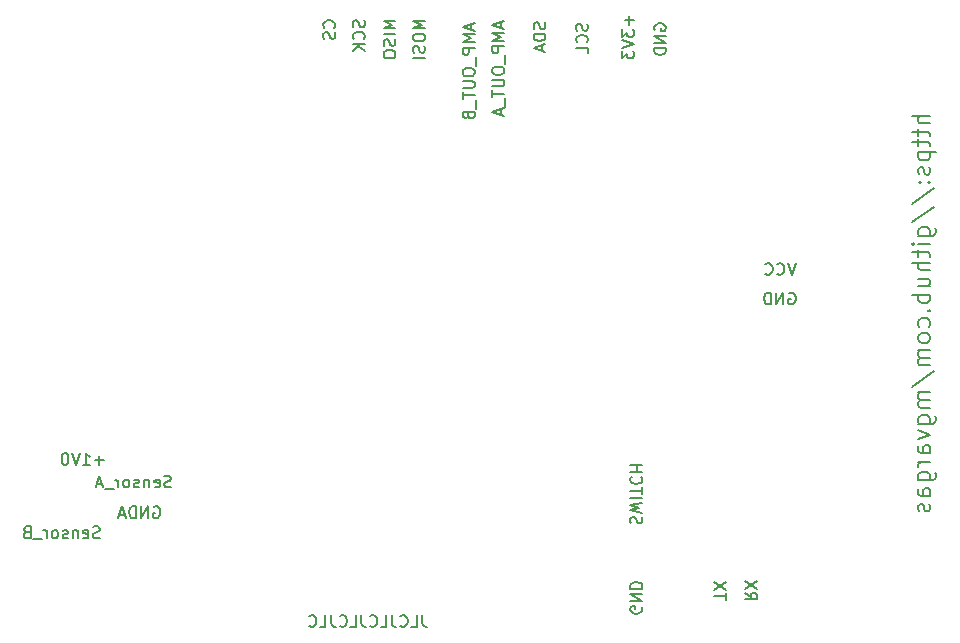
<source format=gbr>
G04 #@! TF.GenerationSoftware,KiCad,Pcbnew,(5.1.6)-1*
G04 #@! TF.CreationDate,2020-06-29T20:37:26+02:00*
G04 #@! TF.ProjectId,SensorArray,53656e73-6f72-4417-9272-61792e6b6963,rev?*
G04 #@! TF.SameCoordinates,Original*
G04 #@! TF.FileFunction,Legend,Bot*
G04 #@! TF.FilePolarity,Positive*
%FSLAX46Y46*%
G04 Gerber Fmt 4.6, Leading zero omitted, Abs format (unit mm)*
G04 Created by KiCad (PCBNEW (5.1.6)-1) date 2020-06-29 20:37:26*
%MOMM*%
%LPD*%
G01*
G04 APERTURE LIST*
%ADD10C,0.200000*%
%ADD11C,0.150000*%
G04 APERTURE END LIST*
D10*
X98228571Y-33285714D02*
X96728571Y-33285714D01*
X98228571Y-33928571D02*
X97442857Y-33928571D01*
X97300000Y-33857142D01*
X97228571Y-33714285D01*
X97228571Y-33500000D01*
X97300000Y-33357142D01*
X97371428Y-33285714D01*
X97228571Y-34428571D02*
X97228571Y-34999999D01*
X96728571Y-34642857D02*
X98014285Y-34642857D01*
X98157142Y-34714285D01*
X98228571Y-34857142D01*
X98228571Y-34999999D01*
X97228571Y-35285714D02*
X97228571Y-35857142D01*
X96728571Y-35500000D02*
X98014285Y-35500000D01*
X98157142Y-35571428D01*
X98228571Y-35714285D01*
X98228571Y-35857142D01*
X97228571Y-36357142D02*
X98728571Y-36357142D01*
X97300000Y-36357142D02*
X97228571Y-36500000D01*
X97228571Y-36785714D01*
X97300000Y-36928571D01*
X97371428Y-37000000D01*
X97514285Y-37071428D01*
X97942857Y-37071428D01*
X98085714Y-37000000D01*
X98157142Y-36928571D01*
X98228571Y-36785714D01*
X98228571Y-36500000D01*
X98157142Y-36357142D01*
X98157142Y-37642857D02*
X98228571Y-37785714D01*
X98228571Y-38071428D01*
X98157142Y-38214285D01*
X98014285Y-38285714D01*
X97942857Y-38285714D01*
X97800000Y-38214285D01*
X97728571Y-38071428D01*
X97728571Y-37857142D01*
X97657142Y-37714285D01*
X97514285Y-37642857D01*
X97442857Y-37642857D01*
X97300000Y-37714285D01*
X97228571Y-37857142D01*
X97228571Y-38071428D01*
X97300000Y-38214285D01*
X98085714Y-38928571D02*
X98157142Y-39000000D01*
X98228571Y-38928571D01*
X98157142Y-38857142D01*
X98085714Y-38928571D01*
X98228571Y-38928571D01*
X97300000Y-38928571D02*
X97371428Y-39000000D01*
X97442857Y-38928571D01*
X97371428Y-38857142D01*
X97300000Y-38928571D01*
X97442857Y-38928571D01*
X96657142Y-40714285D02*
X98585714Y-39428571D01*
X96657142Y-42285714D02*
X98585714Y-40999999D01*
X97228571Y-43428571D02*
X98442857Y-43428571D01*
X98585714Y-43357142D01*
X98657142Y-43285714D01*
X98728571Y-43142857D01*
X98728571Y-42928571D01*
X98657142Y-42785714D01*
X98157142Y-43428571D02*
X98228571Y-43285714D01*
X98228571Y-42999999D01*
X98157142Y-42857142D01*
X98085714Y-42785714D01*
X97942857Y-42714285D01*
X97514285Y-42714285D01*
X97371428Y-42785714D01*
X97300000Y-42857142D01*
X97228571Y-42999999D01*
X97228571Y-43285714D01*
X97300000Y-43428571D01*
X98228571Y-44142857D02*
X97228571Y-44142857D01*
X96728571Y-44142857D02*
X96800000Y-44071428D01*
X96871428Y-44142857D01*
X96800000Y-44214285D01*
X96728571Y-44142857D01*
X96871428Y-44142857D01*
X97228571Y-44642857D02*
X97228571Y-45214285D01*
X96728571Y-44857142D02*
X98014285Y-44857142D01*
X98157142Y-44928571D01*
X98228571Y-45071428D01*
X98228571Y-45214285D01*
X98228571Y-45714285D02*
X96728571Y-45714285D01*
X98228571Y-46357142D02*
X97442857Y-46357142D01*
X97300000Y-46285714D01*
X97228571Y-46142857D01*
X97228571Y-45928571D01*
X97300000Y-45785714D01*
X97371428Y-45714285D01*
X97228571Y-47714285D02*
X98228571Y-47714285D01*
X97228571Y-47071428D02*
X98014285Y-47071428D01*
X98157142Y-47142857D01*
X98228571Y-47285714D01*
X98228571Y-47500000D01*
X98157142Y-47642857D01*
X98085714Y-47714285D01*
X98228571Y-48428571D02*
X96728571Y-48428571D01*
X97300000Y-48428571D02*
X97228571Y-48571428D01*
X97228571Y-48857142D01*
X97300000Y-49000000D01*
X97371428Y-49071428D01*
X97514285Y-49142857D01*
X97942857Y-49142857D01*
X98085714Y-49071428D01*
X98157142Y-49000000D01*
X98228571Y-48857142D01*
X98228571Y-48571428D01*
X98157142Y-48428571D01*
X98085714Y-49785714D02*
X98157142Y-49857142D01*
X98228571Y-49785714D01*
X98157142Y-49714285D01*
X98085714Y-49785714D01*
X98228571Y-49785714D01*
X98157142Y-51142857D02*
X98228571Y-50999999D01*
X98228571Y-50714285D01*
X98157142Y-50571428D01*
X98085714Y-50499999D01*
X97942857Y-50428571D01*
X97514285Y-50428571D01*
X97371428Y-50499999D01*
X97300000Y-50571428D01*
X97228571Y-50714285D01*
X97228571Y-50999999D01*
X97300000Y-51142857D01*
X98228571Y-51999999D02*
X98157142Y-51857142D01*
X98085714Y-51785714D01*
X97942857Y-51714285D01*
X97514285Y-51714285D01*
X97371428Y-51785714D01*
X97300000Y-51857142D01*
X97228571Y-51999999D01*
X97228571Y-52214285D01*
X97300000Y-52357142D01*
X97371428Y-52428571D01*
X97514285Y-52499999D01*
X97942857Y-52499999D01*
X98085714Y-52428571D01*
X98157142Y-52357142D01*
X98228571Y-52214285D01*
X98228571Y-51999999D01*
X98228571Y-53142857D02*
X97228571Y-53142857D01*
X97371428Y-53142857D02*
X97300000Y-53214285D01*
X97228571Y-53357142D01*
X97228571Y-53571428D01*
X97300000Y-53714285D01*
X97442857Y-53785714D01*
X98228571Y-53785714D01*
X97442857Y-53785714D02*
X97300000Y-53857142D01*
X97228571Y-53999999D01*
X97228571Y-54214285D01*
X97300000Y-54357142D01*
X97442857Y-54428571D01*
X98228571Y-54428571D01*
X96657142Y-56214285D02*
X98585714Y-54928571D01*
X98228571Y-56714285D02*
X97228571Y-56714285D01*
X97371428Y-56714285D02*
X97300000Y-56785714D01*
X97228571Y-56928571D01*
X97228571Y-57142857D01*
X97300000Y-57285714D01*
X97442857Y-57357142D01*
X98228571Y-57357142D01*
X97442857Y-57357142D02*
X97300000Y-57428571D01*
X97228571Y-57571428D01*
X97228571Y-57785714D01*
X97300000Y-57928571D01*
X97442857Y-57999999D01*
X98228571Y-57999999D01*
X97228571Y-59357142D02*
X98442857Y-59357142D01*
X98585714Y-59285714D01*
X98657142Y-59214285D01*
X98728571Y-59071428D01*
X98728571Y-58857142D01*
X98657142Y-58714285D01*
X98157142Y-59357142D02*
X98228571Y-59214285D01*
X98228571Y-58928571D01*
X98157142Y-58785714D01*
X98085714Y-58714285D01*
X97942857Y-58642857D01*
X97514285Y-58642857D01*
X97371428Y-58714285D01*
X97300000Y-58785714D01*
X97228571Y-58928571D01*
X97228571Y-59214285D01*
X97300000Y-59357142D01*
X97228571Y-59928571D02*
X98228571Y-60285714D01*
X97228571Y-60642857D01*
X98228571Y-61857142D02*
X97442857Y-61857142D01*
X97300000Y-61785714D01*
X97228571Y-61642857D01*
X97228571Y-61357142D01*
X97300000Y-61214285D01*
X98157142Y-61857142D02*
X98228571Y-61714285D01*
X98228571Y-61357142D01*
X98157142Y-61214285D01*
X98014285Y-61142857D01*
X97871428Y-61142857D01*
X97728571Y-61214285D01*
X97657142Y-61357142D01*
X97657142Y-61714285D01*
X97585714Y-61857142D01*
X98228571Y-62571428D02*
X97228571Y-62571428D01*
X97514285Y-62571428D02*
X97371428Y-62642857D01*
X97300000Y-62714285D01*
X97228571Y-62857142D01*
X97228571Y-62999999D01*
X97228571Y-64142857D02*
X98442857Y-64142857D01*
X98585714Y-64071428D01*
X98657142Y-63999999D01*
X98728571Y-63857142D01*
X98728571Y-63642857D01*
X98657142Y-63499999D01*
X98157142Y-64142857D02*
X98228571Y-63999999D01*
X98228571Y-63714285D01*
X98157142Y-63571428D01*
X98085714Y-63499999D01*
X97942857Y-63428571D01*
X97514285Y-63428571D01*
X97371428Y-63499999D01*
X97300000Y-63571428D01*
X97228571Y-63714285D01*
X97228571Y-63999999D01*
X97300000Y-64142857D01*
X98228571Y-65499999D02*
X97442857Y-65499999D01*
X97300000Y-65428571D01*
X97228571Y-65285714D01*
X97228571Y-64999999D01*
X97300000Y-64857142D01*
X98157142Y-65499999D02*
X98228571Y-65357142D01*
X98228571Y-64999999D01*
X98157142Y-64857142D01*
X98014285Y-64785714D01*
X97871428Y-64785714D01*
X97728571Y-64857142D01*
X97657142Y-64999999D01*
X97657142Y-65357142D01*
X97585714Y-65499999D01*
X98157142Y-66142857D02*
X98228571Y-66285714D01*
X98228571Y-66571428D01*
X98157142Y-66714285D01*
X98014285Y-66785714D01*
X97942857Y-66785714D01*
X97800000Y-66714285D01*
X97728571Y-66571428D01*
X97728571Y-66357142D01*
X97657142Y-66214285D01*
X97514285Y-66142857D01*
X97442857Y-66142857D01*
X97300000Y-66214285D01*
X97228571Y-66357142D01*
X97228571Y-66571428D01*
X97300000Y-66714285D01*
D11*
X55219047Y-75552380D02*
X55219047Y-76266666D01*
X55266666Y-76409523D01*
X55361904Y-76504761D01*
X55504761Y-76552380D01*
X55600000Y-76552380D01*
X54266666Y-76552380D02*
X54742857Y-76552380D01*
X54742857Y-75552380D01*
X53361904Y-76457142D02*
X53409523Y-76504761D01*
X53552380Y-76552380D01*
X53647619Y-76552380D01*
X53790476Y-76504761D01*
X53885714Y-76409523D01*
X53933333Y-76314285D01*
X53980952Y-76123809D01*
X53980952Y-75980952D01*
X53933333Y-75790476D01*
X53885714Y-75695238D01*
X53790476Y-75600000D01*
X53647619Y-75552380D01*
X53552380Y-75552380D01*
X53409523Y-75600000D01*
X53361904Y-75647619D01*
X52647619Y-75552380D02*
X52647619Y-76266666D01*
X52695238Y-76409523D01*
X52790476Y-76504761D01*
X52933333Y-76552380D01*
X53028571Y-76552380D01*
X51695238Y-76552380D02*
X52171428Y-76552380D01*
X52171428Y-75552380D01*
X50790476Y-76457142D02*
X50838095Y-76504761D01*
X50980952Y-76552380D01*
X51076190Y-76552380D01*
X51219047Y-76504761D01*
X51314285Y-76409523D01*
X51361904Y-76314285D01*
X51409523Y-76123809D01*
X51409523Y-75980952D01*
X51361904Y-75790476D01*
X51314285Y-75695238D01*
X51219047Y-75600000D01*
X51076190Y-75552380D01*
X50980952Y-75552380D01*
X50838095Y-75600000D01*
X50790476Y-75647619D01*
X50076190Y-75552380D02*
X50076190Y-76266666D01*
X50123809Y-76409523D01*
X50219047Y-76504761D01*
X50361904Y-76552380D01*
X50457142Y-76552380D01*
X49123809Y-76552380D02*
X49600000Y-76552380D01*
X49600000Y-75552380D01*
X48219047Y-76457142D02*
X48266666Y-76504761D01*
X48409523Y-76552380D01*
X48504761Y-76552380D01*
X48647619Y-76504761D01*
X48742857Y-76409523D01*
X48790476Y-76314285D01*
X48838095Y-76123809D01*
X48838095Y-75980952D01*
X48790476Y-75790476D01*
X48742857Y-75695238D01*
X48647619Y-75600000D01*
X48504761Y-75552380D01*
X48409523Y-75552380D01*
X48266666Y-75600000D01*
X48219047Y-75647619D01*
X47504761Y-75552380D02*
X47504761Y-76266666D01*
X47552380Y-76409523D01*
X47647619Y-76504761D01*
X47790476Y-76552380D01*
X47885714Y-76552380D01*
X46552380Y-76552380D02*
X47028571Y-76552380D01*
X47028571Y-75552380D01*
X45647619Y-76457142D02*
X45695238Y-76504761D01*
X45838095Y-76552380D01*
X45933333Y-76552380D01*
X46076190Y-76504761D01*
X46171428Y-76409523D01*
X46219047Y-76314285D01*
X46266666Y-76123809D01*
X46266666Y-75980952D01*
X46219047Y-75790476D01*
X46171428Y-75695238D01*
X46076190Y-75600000D01*
X45933333Y-75552380D01*
X45838095Y-75552380D01*
X45695238Y-75600000D01*
X45647619Y-75647619D01*
X28261904Y-62471428D02*
X27500000Y-62471428D01*
X27880952Y-62852380D02*
X27880952Y-62090476D01*
X26500000Y-62852380D02*
X27071428Y-62852380D01*
X26785714Y-62852380D02*
X26785714Y-61852380D01*
X26880952Y-61995238D01*
X26976190Y-62090476D01*
X27071428Y-62138095D01*
X26214285Y-61852380D02*
X25880952Y-62852380D01*
X25547619Y-61852380D01*
X25023809Y-61852380D02*
X24928571Y-61852380D01*
X24833333Y-61900000D01*
X24785714Y-61947619D01*
X24738095Y-62042857D01*
X24690476Y-62233333D01*
X24690476Y-62471428D01*
X24738095Y-62661904D01*
X24785714Y-62757142D01*
X24833333Y-62804761D01*
X24928571Y-62852380D01*
X25023809Y-62852380D01*
X25119047Y-62804761D01*
X25166666Y-62757142D01*
X25214285Y-62661904D01*
X25261904Y-62471428D01*
X25261904Y-62233333D01*
X25214285Y-62042857D01*
X25166666Y-61947619D01*
X25119047Y-61900000D01*
X25023809Y-61852380D01*
X27914285Y-69004761D02*
X27771428Y-69052380D01*
X27533333Y-69052380D01*
X27438095Y-69004761D01*
X27390476Y-68957142D01*
X27342857Y-68861904D01*
X27342857Y-68766666D01*
X27390476Y-68671428D01*
X27438095Y-68623809D01*
X27533333Y-68576190D01*
X27723809Y-68528571D01*
X27819047Y-68480952D01*
X27866666Y-68433333D01*
X27914285Y-68338095D01*
X27914285Y-68242857D01*
X27866666Y-68147619D01*
X27819047Y-68100000D01*
X27723809Y-68052380D01*
X27485714Y-68052380D01*
X27342857Y-68100000D01*
X26533333Y-69004761D02*
X26628571Y-69052380D01*
X26819047Y-69052380D01*
X26914285Y-69004761D01*
X26961904Y-68909523D01*
X26961904Y-68528571D01*
X26914285Y-68433333D01*
X26819047Y-68385714D01*
X26628571Y-68385714D01*
X26533333Y-68433333D01*
X26485714Y-68528571D01*
X26485714Y-68623809D01*
X26961904Y-68719047D01*
X26057142Y-68385714D02*
X26057142Y-69052380D01*
X26057142Y-68480952D02*
X26009523Y-68433333D01*
X25914285Y-68385714D01*
X25771428Y-68385714D01*
X25676190Y-68433333D01*
X25628571Y-68528571D01*
X25628571Y-69052380D01*
X25200000Y-69004761D02*
X25104761Y-69052380D01*
X24914285Y-69052380D01*
X24819047Y-69004761D01*
X24771428Y-68909523D01*
X24771428Y-68861904D01*
X24819047Y-68766666D01*
X24914285Y-68719047D01*
X25057142Y-68719047D01*
X25152380Y-68671428D01*
X25200000Y-68576190D01*
X25200000Y-68528571D01*
X25152380Y-68433333D01*
X25057142Y-68385714D01*
X24914285Y-68385714D01*
X24819047Y-68433333D01*
X24200000Y-69052380D02*
X24295238Y-69004761D01*
X24342857Y-68957142D01*
X24390476Y-68861904D01*
X24390476Y-68576190D01*
X24342857Y-68480952D01*
X24295238Y-68433333D01*
X24200000Y-68385714D01*
X24057142Y-68385714D01*
X23961904Y-68433333D01*
X23914285Y-68480952D01*
X23866666Y-68576190D01*
X23866666Y-68861904D01*
X23914285Y-68957142D01*
X23961904Y-69004761D01*
X24057142Y-69052380D01*
X24200000Y-69052380D01*
X23438095Y-69052380D02*
X23438095Y-68385714D01*
X23438095Y-68576190D02*
X23390476Y-68480952D01*
X23342857Y-68433333D01*
X23247619Y-68385714D01*
X23152380Y-68385714D01*
X23057142Y-69147619D02*
X22295238Y-69147619D01*
X21723809Y-68528571D02*
X21580952Y-68576190D01*
X21533333Y-68623809D01*
X21485714Y-68719047D01*
X21485714Y-68861904D01*
X21533333Y-68957142D01*
X21580952Y-69004761D01*
X21676190Y-69052380D01*
X22057142Y-69052380D01*
X22057142Y-68052380D01*
X21723809Y-68052380D01*
X21628571Y-68100000D01*
X21580952Y-68147619D01*
X21533333Y-68242857D01*
X21533333Y-68338095D01*
X21580952Y-68433333D01*
X21628571Y-68480952D01*
X21723809Y-68528571D01*
X22057142Y-68528571D01*
X33942857Y-64704761D02*
X33800000Y-64752380D01*
X33561904Y-64752380D01*
X33466666Y-64704761D01*
X33419047Y-64657142D01*
X33371428Y-64561904D01*
X33371428Y-64466666D01*
X33419047Y-64371428D01*
X33466666Y-64323809D01*
X33561904Y-64276190D01*
X33752380Y-64228571D01*
X33847619Y-64180952D01*
X33895238Y-64133333D01*
X33942857Y-64038095D01*
X33942857Y-63942857D01*
X33895238Y-63847619D01*
X33847619Y-63800000D01*
X33752380Y-63752380D01*
X33514285Y-63752380D01*
X33371428Y-63800000D01*
X32561904Y-64704761D02*
X32657142Y-64752380D01*
X32847619Y-64752380D01*
X32942857Y-64704761D01*
X32990476Y-64609523D01*
X32990476Y-64228571D01*
X32942857Y-64133333D01*
X32847619Y-64085714D01*
X32657142Y-64085714D01*
X32561904Y-64133333D01*
X32514285Y-64228571D01*
X32514285Y-64323809D01*
X32990476Y-64419047D01*
X32085714Y-64085714D02*
X32085714Y-64752380D01*
X32085714Y-64180952D02*
X32038095Y-64133333D01*
X31942857Y-64085714D01*
X31800000Y-64085714D01*
X31704761Y-64133333D01*
X31657142Y-64228571D01*
X31657142Y-64752380D01*
X31228571Y-64704761D02*
X31133333Y-64752380D01*
X30942857Y-64752380D01*
X30847619Y-64704761D01*
X30800000Y-64609523D01*
X30800000Y-64561904D01*
X30847619Y-64466666D01*
X30942857Y-64419047D01*
X31085714Y-64419047D01*
X31180952Y-64371428D01*
X31228571Y-64276190D01*
X31228571Y-64228571D01*
X31180952Y-64133333D01*
X31085714Y-64085714D01*
X30942857Y-64085714D01*
X30847619Y-64133333D01*
X30228571Y-64752380D02*
X30323809Y-64704761D01*
X30371428Y-64657142D01*
X30419047Y-64561904D01*
X30419047Y-64276190D01*
X30371428Y-64180952D01*
X30323809Y-64133333D01*
X30228571Y-64085714D01*
X30085714Y-64085714D01*
X29990476Y-64133333D01*
X29942857Y-64180952D01*
X29895238Y-64276190D01*
X29895238Y-64561904D01*
X29942857Y-64657142D01*
X29990476Y-64704761D01*
X30085714Y-64752380D01*
X30228571Y-64752380D01*
X29466666Y-64752380D02*
X29466666Y-64085714D01*
X29466666Y-64276190D02*
X29419047Y-64180952D01*
X29371428Y-64133333D01*
X29276190Y-64085714D01*
X29180952Y-64085714D01*
X29085714Y-64847619D02*
X28323809Y-64847619D01*
X28133333Y-64466666D02*
X27657142Y-64466666D01*
X28228571Y-64752380D02*
X27895238Y-63752380D01*
X27561904Y-64752380D01*
X32490476Y-66400000D02*
X32585714Y-66352380D01*
X32728571Y-66352380D01*
X32871428Y-66400000D01*
X32966666Y-66495238D01*
X33014285Y-66590476D01*
X33061904Y-66780952D01*
X33061904Y-66923809D01*
X33014285Y-67114285D01*
X32966666Y-67209523D01*
X32871428Y-67304761D01*
X32728571Y-67352380D01*
X32633333Y-67352380D01*
X32490476Y-67304761D01*
X32442857Y-67257142D01*
X32442857Y-66923809D01*
X32633333Y-66923809D01*
X32014285Y-67352380D02*
X32014285Y-66352380D01*
X31442857Y-67352380D01*
X31442857Y-66352380D01*
X30966666Y-67352380D02*
X30966666Y-66352380D01*
X30728571Y-66352380D01*
X30585714Y-66400000D01*
X30490476Y-66495238D01*
X30442857Y-66590476D01*
X30395238Y-66780952D01*
X30395238Y-66923809D01*
X30442857Y-67114285D01*
X30490476Y-67209523D01*
X30585714Y-67304761D01*
X30728571Y-67352380D01*
X30966666Y-67352380D01*
X30014285Y-67066666D02*
X29538095Y-67066666D01*
X30109523Y-67352380D02*
X29776190Y-66352380D01*
X29442857Y-67352380D01*
X72895238Y-67800000D02*
X72847619Y-67657142D01*
X72847619Y-67419047D01*
X72895238Y-67323809D01*
X72942857Y-67276190D01*
X73038095Y-67228571D01*
X73133333Y-67228571D01*
X73228571Y-67276190D01*
X73276190Y-67323809D01*
X73323809Y-67419047D01*
X73371428Y-67609523D01*
X73419047Y-67704761D01*
X73466666Y-67752380D01*
X73561904Y-67800000D01*
X73657142Y-67800000D01*
X73752380Y-67752380D01*
X73800000Y-67704761D01*
X73847619Y-67609523D01*
X73847619Y-67371428D01*
X73800000Y-67228571D01*
X73847619Y-66895238D02*
X72847619Y-66657142D01*
X73561904Y-66466666D01*
X72847619Y-66276190D01*
X73847619Y-66038095D01*
X72847619Y-65657142D02*
X73847619Y-65657142D01*
X73847619Y-65323809D02*
X73847619Y-64752380D01*
X72847619Y-65038095D02*
X73847619Y-65038095D01*
X72942857Y-63847619D02*
X72895238Y-63895238D01*
X72847619Y-64038095D01*
X72847619Y-64133333D01*
X72895238Y-64276190D01*
X72990476Y-64371428D01*
X73085714Y-64419047D01*
X73276190Y-64466666D01*
X73419047Y-64466666D01*
X73609523Y-64419047D01*
X73704761Y-64371428D01*
X73800000Y-64276190D01*
X73847619Y-64133333D01*
X73847619Y-64038095D01*
X73800000Y-63895238D01*
X73752380Y-63847619D01*
X72847619Y-63419047D02*
X73847619Y-63419047D01*
X73371428Y-63419047D02*
X73371428Y-62847619D01*
X72847619Y-62847619D02*
X73847619Y-62847619D01*
X73800000Y-74861904D02*
X73847619Y-74957142D01*
X73847619Y-75100000D01*
X73800000Y-75242857D01*
X73704761Y-75338095D01*
X73609523Y-75385714D01*
X73419047Y-75433333D01*
X73276190Y-75433333D01*
X73085714Y-75385714D01*
X72990476Y-75338095D01*
X72895238Y-75242857D01*
X72847619Y-75100000D01*
X72847619Y-75004761D01*
X72895238Y-74861904D01*
X72942857Y-74814285D01*
X73276190Y-74814285D01*
X73276190Y-75004761D01*
X72847619Y-74385714D02*
X73847619Y-74385714D01*
X72847619Y-73814285D01*
X73847619Y-73814285D01*
X72847619Y-73338095D02*
X73847619Y-73338095D01*
X73847619Y-73100000D01*
X73800000Y-72957142D01*
X73704761Y-72861904D01*
X73609523Y-72814285D01*
X73419047Y-72766666D01*
X73276190Y-72766666D01*
X73085714Y-72814285D01*
X72990476Y-72861904D01*
X72895238Y-72957142D01*
X72847619Y-73100000D01*
X72847619Y-73338095D01*
X82547619Y-73666666D02*
X83023809Y-74000000D01*
X82547619Y-74238095D02*
X83547619Y-74238095D01*
X83547619Y-73857142D01*
X83500000Y-73761904D01*
X83452380Y-73714285D01*
X83357142Y-73666666D01*
X83214285Y-73666666D01*
X83119047Y-73714285D01*
X83071428Y-73761904D01*
X83023809Y-73857142D01*
X83023809Y-74238095D01*
X83547619Y-73333333D02*
X82547619Y-72666666D01*
X83547619Y-72666666D02*
X82547619Y-73333333D01*
X80947619Y-74261904D02*
X80947619Y-73690476D01*
X79947619Y-73976190D02*
X80947619Y-73976190D01*
X80947619Y-73452380D02*
X79947619Y-72785714D01*
X80947619Y-72785714D02*
X79947619Y-73452380D01*
X86261904Y-48300000D02*
X86357142Y-48252380D01*
X86500000Y-48252380D01*
X86642857Y-48300000D01*
X86738095Y-48395238D01*
X86785714Y-48490476D01*
X86833333Y-48680952D01*
X86833333Y-48823809D01*
X86785714Y-49014285D01*
X86738095Y-49109523D01*
X86642857Y-49204761D01*
X86500000Y-49252380D01*
X86404761Y-49252380D01*
X86261904Y-49204761D01*
X86214285Y-49157142D01*
X86214285Y-48823809D01*
X86404761Y-48823809D01*
X85785714Y-49252380D02*
X85785714Y-48252380D01*
X85214285Y-49252380D01*
X85214285Y-48252380D01*
X84738095Y-49252380D02*
X84738095Y-48252380D01*
X84500000Y-48252380D01*
X84357142Y-48300000D01*
X84261904Y-48395238D01*
X84214285Y-48490476D01*
X84166666Y-48680952D01*
X84166666Y-48823809D01*
X84214285Y-49014285D01*
X84261904Y-49109523D01*
X84357142Y-49204761D01*
X84500000Y-49252380D01*
X84738095Y-49252380D01*
X86833333Y-45752380D02*
X86500000Y-46752380D01*
X86166666Y-45752380D01*
X85261904Y-46657142D02*
X85309523Y-46704761D01*
X85452380Y-46752380D01*
X85547619Y-46752380D01*
X85690476Y-46704761D01*
X85785714Y-46609523D01*
X85833333Y-46514285D01*
X85880952Y-46323809D01*
X85880952Y-46180952D01*
X85833333Y-45990476D01*
X85785714Y-45895238D01*
X85690476Y-45800000D01*
X85547619Y-45752380D01*
X85452380Y-45752380D01*
X85309523Y-45800000D01*
X85261904Y-45847619D01*
X84261904Y-46657142D02*
X84309523Y-46704761D01*
X84452380Y-46752380D01*
X84547619Y-46752380D01*
X84690476Y-46704761D01*
X84785714Y-46609523D01*
X84833333Y-46514285D01*
X84880952Y-46323809D01*
X84880952Y-46180952D01*
X84833333Y-45990476D01*
X84785714Y-45895238D01*
X84690476Y-45800000D01*
X84547619Y-45752380D01*
X84452380Y-45752380D01*
X84309523Y-45800000D01*
X84261904Y-45847619D01*
X47757142Y-25833333D02*
X47804761Y-25785714D01*
X47852380Y-25642857D01*
X47852380Y-25547619D01*
X47804761Y-25404761D01*
X47709523Y-25309523D01*
X47614285Y-25261904D01*
X47423809Y-25214285D01*
X47280952Y-25214285D01*
X47090476Y-25261904D01*
X46995238Y-25309523D01*
X46900000Y-25404761D01*
X46852380Y-25547619D01*
X46852380Y-25642857D01*
X46900000Y-25785714D01*
X46947619Y-25833333D01*
X47804761Y-26214285D02*
X47852380Y-26357142D01*
X47852380Y-26595238D01*
X47804761Y-26690476D01*
X47757142Y-26738095D01*
X47661904Y-26785714D01*
X47566666Y-26785714D01*
X47471428Y-26738095D01*
X47423809Y-26690476D01*
X47376190Y-26595238D01*
X47328571Y-26404761D01*
X47280952Y-26309523D01*
X47233333Y-26261904D01*
X47138095Y-26214285D01*
X47042857Y-26214285D01*
X46947619Y-26261904D01*
X46900000Y-26309523D01*
X46852380Y-26404761D01*
X46852380Y-26642857D01*
X46900000Y-26785714D01*
X50304761Y-25214285D02*
X50352380Y-25357142D01*
X50352380Y-25595238D01*
X50304761Y-25690476D01*
X50257142Y-25738095D01*
X50161904Y-25785714D01*
X50066666Y-25785714D01*
X49971428Y-25738095D01*
X49923809Y-25690476D01*
X49876190Y-25595238D01*
X49828571Y-25404761D01*
X49780952Y-25309523D01*
X49733333Y-25261904D01*
X49638095Y-25214285D01*
X49542857Y-25214285D01*
X49447619Y-25261904D01*
X49400000Y-25309523D01*
X49352380Y-25404761D01*
X49352380Y-25642857D01*
X49400000Y-25785714D01*
X50257142Y-26785714D02*
X50304761Y-26738095D01*
X50352380Y-26595238D01*
X50352380Y-26500000D01*
X50304761Y-26357142D01*
X50209523Y-26261904D01*
X50114285Y-26214285D01*
X49923809Y-26166666D01*
X49780952Y-26166666D01*
X49590476Y-26214285D01*
X49495238Y-26261904D01*
X49400000Y-26357142D01*
X49352380Y-26500000D01*
X49352380Y-26595238D01*
X49400000Y-26738095D01*
X49447619Y-26785714D01*
X50352380Y-27214285D02*
X49352380Y-27214285D01*
X50352380Y-27785714D02*
X49780952Y-27357142D01*
X49352380Y-27785714D02*
X49923809Y-27214285D01*
X52952380Y-25228571D02*
X51952380Y-25228571D01*
X52666666Y-25561904D01*
X51952380Y-25895238D01*
X52952380Y-25895238D01*
X52952380Y-26371428D02*
X51952380Y-26371428D01*
X52904761Y-26800000D02*
X52952380Y-26942857D01*
X52952380Y-27180952D01*
X52904761Y-27276190D01*
X52857142Y-27323809D01*
X52761904Y-27371428D01*
X52666666Y-27371428D01*
X52571428Y-27323809D01*
X52523809Y-27276190D01*
X52476190Y-27180952D01*
X52428571Y-26990476D01*
X52380952Y-26895238D01*
X52333333Y-26847619D01*
X52238095Y-26800000D01*
X52142857Y-26800000D01*
X52047619Y-26847619D01*
X52000000Y-26895238D01*
X51952380Y-26990476D01*
X51952380Y-27228571D01*
X52000000Y-27371428D01*
X51952380Y-27990476D02*
X51952380Y-28180952D01*
X52000000Y-28276190D01*
X52095238Y-28371428D01*
X52285714Y-28419047D01*
X52619047Y-28419047D01*
X52809523Y-28371428D01*
X52904761Y-28276190D01*
X52952380Y-28180952D01*
X52952380Y-27990476D01*
X52904761Y-27895238D01*
X52809523Y-27800000D01*
X52619047Y-27752380D01*
X52285714Y-27752380D01*
X52095238Y-27800000D01*
X52000000Y-27895238D01*
X51952380Y-27990476D01*
X55452380Y-25228571D02*
X54452380Y-25228571D01*
X55166666Y-25561904D01*
X54452380Y-25895238D01*
X55452380Y-25895238D01*
X54452380Y-26561904D02*
X54452380Y-26752380D01*
X54500000Y-26847619D01*
X54595238Y-26942857D01*
X54785714Y-26990476D01*
X55119047Y-26990476D01*
X55309523Y-26942857D01*
X55404761Y-26847619D01*
X55452380Y-26752380D01*
X55452380Y-26561904D01*
X55404761Y-26466666D01*
X55309523Y-26371428D01*
X55119047Y-26323809D01*
X54785714Y-26323809D01*
X54595238Y-26371428D01*
X54500000Y-26466666D01*
X54452380Y-26561904D01*
X55404761Y-27371428D02*
X55452380Y-27514285D01*
X55452380Y-27752380D01*
X55404761Y-27847619D01*
X55357142Y-27895238D01*
X55261904Y-27942857D01*
X55166666Y-27942857D01*
X55071428Y-27895238D01*
X55023809Y-27847619D01*
X54976190Y-27752380D01*
X54928571Y-27561904D01*
X54880952Y-27466666D01*
X54833333Y-27419047D01*
X54738095Y-27371428D01*
X54642857Y-27371428D01*
X54547619Y-27419047D01*
X54500000Y-27466666D01*
X54452380Y-27561904D01*
X54452380Y-27800000D01*
X54500000Y-27942857D01*
X55452380Y-28371428D02*
X54452380Y-28371428D01*
X59366666Y-25500000D02*
X59366666Y-25976190D01*
X59652380Y-25404761D02*
X58652380Y-25738095D01*
X59652380Y-26071428D01*
X59652380Y-26404761D02*
X58652380Y-26404761D01*
X59366666Y-26738095D01*
X58652380Y-27071428D01*
X59652380Y-27071428D01*
X59652380Y-27547619D02*
X58652380Y-27547619D01*
X58652380Y-27928571D01*
X58700000Y-28023809D01*
X58747619Y-28071428D01*
X58842857Y-28119047D01*
X58985714Y-28119047D01*
X59080952Y-28071428D01*
X59128571Y-28023809D01*
X59176190Y-27928571D01*
X59176190Y-27547619D01*
X59747619Y-28309523D02*
X59747619Y-29071428D01*
X58652380Y-29500000D02*
X58652380Y-29690476D01*
X58700000Y-29785714D01*
X58795238Y-29880952D01*
X58985714Y-29928571D01*
X59319047Y-29928571D01*
X59509523Y-29880952D01*
X59604761Y-29785714D01*
X59652380Y-29690476D01*
X59652380Y-29500000D01*
X59604761Y-29404761D01*
X59509523Y-29309523D01*
X59319047Y-29261904D01*
X58985714Y-29261904D01*
X58795238Y-29309523D01*
X58700000Y-29404761D01*
X58652380Y-29500000D01*
X58652380Y-30357142D02*
X59461904Y-30357142D01*
X59557142Y-30404761D01*
X59604761Y-30452380D01*
X59652380Y-30547619D01*
X59652380Y-30738095D01*
X59604761Y-30833333D01*
X59557142Y-30880952D01*
X59461904Y-30928571D01*
X58652380Y-30928571D01*
X58652380Y-31261904D02*
X58652380Y-31833333D01*
X59652380Y-31547619D02*
X58652380Y-31547619D01*
X59747619Y-31928571D02*
X59747619Y-32690476D01*
X59128571Y-33261904D02*
X59176190Y-33404761D01*
X59223809Y-33452380D01*
X59319047Y-33500000D01*
X59461904Y-33500000D01*
X59557142Y-33452380D01*
X59604761Y-33404761D01*
X59652380Y-33309523D01*
X59652380Y-32928571D01*
X58652380Y-32928571D01*
X58652380Y-33261904D01*
X58700000Y-33357142D01*
X58747619Y-33404761D01*
X58842857Y-33452380D01*
X58938095Y-33452380D01*
X59033333Y-33404761D01*
X59080952Y-33357142D01*
X59128571Y-33261904D01*
X59128571Y-32928571D01*
X61866666Y-25371428D02*
X61866666Y-25847619D01*
X62152380Y-25276190D02*
X61152380Y-25609523D01*
X62152380Y-25942857D01*
X62152380Y-26276190D02*
X61152380Y-26276190D01*
X61866666Y-26609523D01*
X61152380Y-26942857D01*
X62152380Y-26942857D01*
X62152380Y-27419047D02*
X61152380Y-27419047D01*
X61152380Y-27800000D01*
X61200000Y-27895238D01*
X61247619Y-27942857D01*
X61342857Y-27990476D01*
X61485714Y-27990476D01*
X61580952Y-27942857D01*
X61628571Y-27895238D01*
X61676190Y-27800000D01*
X61676190Y-27419047D01*
X62247619Y-28180952D02*
X62247619Y-28942857D01*
X61152380Y-29371428D02*
X61152380Y-29561904D01*
X61200000Y-29657142D01*
X61295238Y-29752380D01*
X61485714Y-29800000D01*
X61819047Y-29800000D01*
X62009523Y-29752380D01*
X62104761Y-29657142D01*
X62152380Y-29561904D01*
X62152380Y-29371428D01*
X62104761Y-29276190D01*
X62009523Y-29180952D01*
X61819047Y-29133333D01*
X61485714Y-29133333D01*
X61295238Y-29180952D01*
X61200000Y-29276190D01*
X61152380Y-29371428D01*
X61152380Y-30228571D02*
X61961904Y-30228571D01*
X62057142Y-30276190D01*
X62104761Y-30323809D01*
X62152380Y-30419047D01*
X62152380Y-30609523D01*
X62104761Y-30704761D01*
X62057142Y-30752380D01*
X61961904Y-30800000D01*
X61152380Y-30800000D01*
X61152380Y-31133333D02*
X61152380Y-31704761D01*
X62152380Y-31419047D02*
X61152380Y-31419047D01*
X62247619Y-31800000D02*
X62247619Y-32561904D01*
X61866666Y-32752380D02*
X61866666Y-33228571D01*
X62152380Y-32657142D02*
X61152380Y-32990476D01*
X62152380Y-33323809D01*
X74900000Y-26038095D02*
X74852380Y-25942857D01*
X74852380Y-25800000D01*
X74900000Y-25657142D01*
X74995238Y-25561904D01*
X75090476Y-25514285D01*
X75280952Y-25466666D01*
X75423809Y-25466666D01*
X75614285Y-25514285D01*
X75709523Y-25561904D01*
X75804761Y-25657142D01*
X75852380Y-25800000D01*
X75852380Y-25895238D01*
X75804761Y-26038095D01*
X75757142Y-26085714D01*
X75423809Y-26085714D01*
X75423809Y-25895238D01*
X75852380Y-26514285D02*
X74852380Y-26514285D01*
X75852380Y-27085714D01*
X74852380Y-27085714D01*
X75852380Y-27561904D02*
X74852380Y-27561904D01*
X74852380Y-27800000D01*
X74900000Y-27942857D01*
X74995238Y-28038095D01*
X75090476Y-28085714D01*
X75280952Y-28133333D01*
X75423809Y-28133333D01*
X75614285Y-28085714D01*
X75709523Y-28038095D01*
X75804761Y-27942857D01*
X75852380Y-27800000D01*
X75852380Y-27561904D01*
X72771428Y-24838095D02*
X72771428Y-25600000D01*
X73152380Y-25219047D02*
X72390476Y-25219047D01*
X72152380Y-25980952D02*
X72152380Y-26600000D01*
X72533333Y-26266666D01*
X72533333Y-26409523D01*
X72580952Y-26504761D01*
X72628571Y-26552380D01*
X72723809Y-26600000D01*
X72961904Y-26600000D01*
X73057142Y-26552380D01*
X73104761Y-26504761D01*
X73152380Y-26409523D01*
X73152380Y-26123809D01*
X73104761Y-26028571D01*
X73057142Y-25980952D01*
X72152380Y-26885714D02*
X73152380Y-27219047D01*
X72152380Y-27552380D01*
X72152380Y-27790476D02*
X72152380Y-28409523D01*
X72533333Y-28076190D01*
X72533333Y-28219047D01*
X72580952Y-28314285D01*
X72628571Y-28361904D01*
X72723809Y-28409523D01*
X72961904Y-28409523D01*
X73057142Y-28361904D01*
X73104761Y-28314285D01*
X73152380Y-28219047D01*
X73152380Y-27933333D01*
X73104761Y-27838095D01*
X73057142Y-27790476D01*
X69204761Y-25509523D02*
X69252380Y-25652380D01*
X69252380Y-25890476D01*
X69204761Y-25985714D01*
X69157142Y-26033333D01*
X69061904Y-26080952D01*
X68966666Y-26080952D01*
X68871428Y-26033333D01*
X68823809Y-25985714D01*
X68776190Y-25890476D01*
X68728571Y-25700000D01*
X68680952Y-25604761D01*
X68633333Y-25557142D01*
X68538095Y-25509523D01*
X68442857Y-25509523D01*
X68347619Y-25557142D01*
X68300000Y-25604761D01*
X68252380Y-25700000D01*
X68252380Y-25938095D01*
X68300000Y-26080952D01*
X69157142Y-27080952D02*
X69204761Y-27033333D01*
X69252380Y-26890476D01*
X69252380Y-26795238D01*
X69204761Y-26652380D01*
X69109523Y-26557142D01*
X69014285Y-26509523D01*
X68823809Y-26461904D01*
X68680952Y-26461904D01*
X68490476Y-26509523D01*
X68395238Y-26557142D01*
X68300000Y-26652380D01*
X68252380Y-26795238D01*
X68252380Y-26890476D01*
X68300000Y-27033333D01*
X68347619Y-27080952D01*
X69252380Y-27985714D02*
X69252380Y-27509523D01*
X68252380Y-27509523D01*
X65604761Y-25385714D02*
X65652380Y-25528571D01*
X65652380Y-25766666D01*
X65604761Y-25861904D01*
X65557142Y-25909523D01*
X65461904Y-25957142D01*
X65366666Y-25957142D01*
X65271428Y-25909523D01*
X65223809Y-25861904D01*
X65176190Y-25766666D01*
X65128571Y-25576190D01*
X65080952Y-25480952D01*
X65033333Y-25433333D01*
X64938095Y-25385714D01*
X64842857Y-25385714D01*
X64747619Y-25433333D01*
X64700000Y-25480952D01*
X64652380Y-25576190D01*
X64652380Y-25814285D01*
X64700000Y-25957142D01*
X65652380Y-26385714D02*
X64652380Y-26385714D01*
X64652380Y-26623809D01*
X64700000Y-26766666D01*
X64795238Y-26861904D01*
X64890476Y-26909523D01*
X65080952Y-26957142D01*
X65223809Y-26957142D01*
X65414285Y-26909523D01*
X65509523Y-26861904D01*
X65604761Y-26766666D01*
X65652380Y-26623809D01*
X65652380Y-26385714D01*
X65366666Y-27338095D02*
X65366666Y-27814285D01*
X65652380Y-27242857D02*
X64652380Y-27576190D01*
X65652380Y-27909523D01*
M02*

</source>
